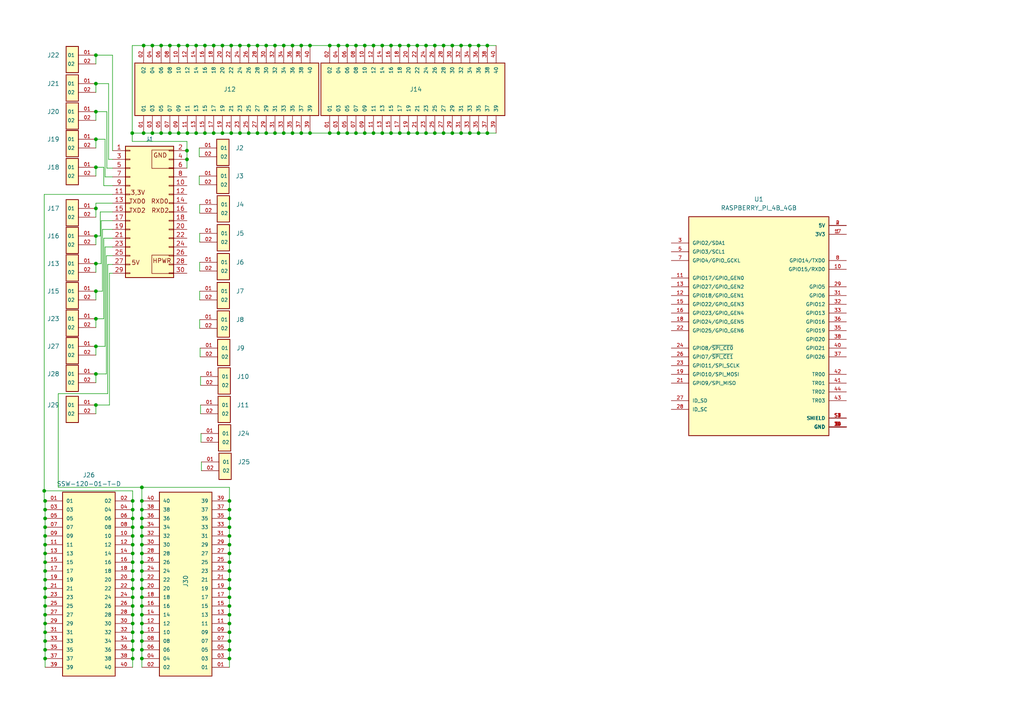
<source format=kicad_sch>
(kicad_sch (version 20230121) (generator eeschema)
  (paper "A4")
  (junction (at 74.676 38.608))
  (junction (at 98.171 38.608))
  (junction (at 133.731 38.608))
  (junction (at 41.148 173.228))
  (junction (at 13.081 191.008))
  (junction (at 38.481 155.448))
  (junction (at 66.548 180.848))
  (junction (at 41.656 38.608))
  (junction (at 66.548 175.768))
  (junction (at 128.651 38.608))
  (junction (at 38.481 188.468))
  (junction (at 13.081 147.828))
  (junction (at 118.491 13.208))
  (junction (at 13.081 163.068))
  (junction (at 49.276 13.208))
  (junction (at 38.481 152.908))
  (junction (at 38.481 191.008))
  (junction (at 82.296 38.608))
  (junction (at 66.548 152.908))
  (junction (at 66.548 173.228))
  (junction (at 113.411 38.608))
  (junction (at 27.813 48.514))
  (junction (at 105.791 38.608))
  (junction (at 89.916 13.208))
  (junction (at 27.813 100.457))
  (junction (at 41.148 188.468))
  (junction (at 66.548 191.008))
  (junction (at 13.081 180.848))
  (junction (at 13.081 160.528))
  (junction (at 56.896 38.608))
  (junction (at 72.136 38.608))
  (junction (at 27.813 16.002))
  (junction (at 13.081 178.308))
  (junction (at 66.548 157.988))
  (junction (at 110.871 38.608))
  (junction (at 38.481 180.848))
  (junction (at 128.651 13.208))
  (junction (at 66.548 147.828))
  (junction (at 41.148 178.308))
  (junction (at 38.481 165.608))
  (junction (at 89.916 38.608))
  (junction (at 27.813 76.454))
  (junction (at 141.351 13.208))
  (junction (at 66.548 170.688))
  (junction (at 64.516 13.208))
  (junction (at 100.711 38.608))
  (junction (at 87.376 38.608))
  (junction (at 41.148 180.848))
  (junction (at 46.736 38.608))
  (junction (at 54.229 43.688))
  (junction (at 110.871 13.208))
  (junction (at 41.148 163.068))
  (junction (at 79.756 13.208))
  (junction (at 13.081 157.988))
  (junction (at 46.736 13.208))
  (junction (at 66.548 163.068))
  (junction (at 41.148 160.528))
  (junction (at 13.081 173.228))
  (junction (at 61.976 38.608))
  (junction (at 41.148 175.768))
  (junction (at 41.148 152.908))
  (junction (at 103.251 38.608))
  (junction (at 27.813 24.257))
  (junction (at 49.276 38.608))
  (junction (at 131.191 13.208))
  (junction (at 27.813 108.458))
  (junction (at 38.354 38.608))
  (junction (at 113.411 13.208))
  (junction (at 41.148 150.368))
  (junction (at 59.436 13.208))
  (junction (at 74.676 13.208))
  (junction (at 41.148 168.148))
  (junction (at 13.081 155.448))
  (junction (at 103.251 13.208))
  (junction (at 41.148 191.008))
  (junction (at 38.481 168.148))
  (junction (at 44.196 13.208))
  (junction (at 41.148 183.388))
  (junction (at 69.596 38.608))
  (junction (at 38.481 145.288))
  (junction (at 138.811 38.608))
  (junction (at 38.481 170.688))
  (junction (at 66.548 155.448))
  (junction (at 66.548 165.608))
  (junction (at 108.331 38.608))
  (junction (at 41.148 185.928))
  (junction (at 69.596 13.208))
  (junction (at 54.356 38.608))
  (junction (at 136.271 13.208))
  (junction (at 41.148 157.988))
  (junction (at 27.813 92.456))
  (junction (at 66.548 168.148))
  (junction (at 27.813 117.475))
  (junction (at 66.548 150.368))
  (junction (at 72.136 13.208))
  (junction (at 126.111 38.608))
  (junction (at 41.148 145.288))
  (junction (at 138.811 13.208))
  (junction (at 27.813 84.455))
  (junction (at 123.571 38.608))
  (junction (at 41.148 141.351))
  (junction (at 79.756 38.608))
  (junction (at 38.481 150.368))
  (junction (at 131.191 38.608))
  (junction (at 121.031 38.608))
  (junction (at 27.813 60.452))
  (junction (at 66.548 160.528))
  (junction (at 38.481 163.068))
  (junction (at 13.081 185.928))
  (junction (at 61.976 13.208))
  (junction (at 41.148 147.828))
  (junction (at 38.481 147.828))
  (junction (at 105.791 13.208))
  (junction (at 38.481 175.768))
  (junction (at 13.081 165.608))
  (junction (at 66.548 183.388))
  (junction (at 13.081 175.768))
  (junction (at 98.171 13.208))
  (junction (at 84.836 13.208))
  (junction (at 77.216 38.608))
  (junction (at 41.148 155.448))
  (junction (at 13.081 168.148))
  (junction (at 87.376 13.208))
  (junction (at 13.081 152.908))
  (junction (at 126.111 13.208))
  (junction (at 95.631 13.208))
  (junction (at 123.571 13.208))
  (junction (at 136.271 38.608))
  (junction (at 121.031 13.208))
  (junction (at 38.481 157.988))
  (junction (at 84.836 38.608))
  (junction (at 38.481 183.388))
  (junction (at 95.631 38.608))
  (junction (at 27.813 68.453))
  (junction (at 51.816 13.208))
  (junction (at 66.548 185.928))
  (junction (at 27.813 32.385))
  (junction (at 100.711 13.208))
  (junction (at 115.951 13.208))
  (junction (at 82.296 13.208))
  (junction (at 13.081 183.388))
  (junction (at 66.548 178.308))
  (junction (at 54.229 46.228))
  (junction (at 77.216 13.208))
  (junction (at 27.813 40.386))
  (junction (at 13.081 145.288))
  (junction (at 56.896 13.208))
  (junction (at 66.548 188.468))
  (junction (at 38.481 160.528))
  (junction (at 13.081 150.368))
  (junction (at 67.056 38.608))
  (junction (at 64.516 38.608))
  (junction (at 38.481 178.308))
  (junction (at 51.816 38.608))
  (junction (at 59.436 38.608))
  (junction (at 115.951 38.608))
  (junction (at 118.491 38.608))
  (junction (at 133.731 13.208))
  (junction (at 38.481 173.228))
  (junction (at 108.331 13.208))
  (junction (at 38.481 185.928))
  (junction (at 41.148 165.608))
  (junction (at 13.081 170.688))
  (junction (at 12.827 142.367))
  (junction (at 54.356 13.208))
  (junction (at 141.351 38.608))
  (junction (at 67.056 13.208))
  (junction (at 13.081 188.468))
  (junction (at 66.548 145.288))
  (junction (at 41.148 170.688))
  (junction (at 41.656 13.208))
  (junction (at 44.196 38.608))
  (wire (pts (xy 66.548 168.148) (xy 66.548 165.608)))
  (wire (pts (xy 46.736 38.608) (xy 49.276 38.608)))
  (wire (pts (xy 38.481 193.548) (xy 38.481 191.008)))
  (wire (pts (xy 121.031 13.208) (xy 123.571 13.208)))
  (wire (pts (xy 31.496 24.257) (xy 31.496 46.228)))
  (wire (pts (xy 13.081 160.528) (xy 13.081 163.068)))
  (wire (pts (xy 89.916 38.608) (xy 95.631 38.608)))
  (wire (pts (xy 108.331 38.608) (xy 110.871 38.608)))
  (wire (pts (xy 27.813 16.002) (xy 27.813 18.542)))
  (wire (pts (xy 41.148 145.288) (xy 41.148 141.351)))
  (wire (pts (xy 61.976 38.608) (xy 64.516 38.608)))
  (wire (pts (xy 138.811 13.208) (xy 141.351 13.208)))
  (wire (pts (xy 13.081 147.828) (xy 13.081 150.368)))
  (wire (pts (xy 87.376 38.608) (xy 89.916 38.608)))
  (wire (pts (xy 29.718 66.548) (xy 32.639 66.548)))
  (wire (pts (xy 100.711 13.208) (xy 103.251 13.208)))
  (wire (pts (xy 41.148 150.368) (xy 41.148 147.828)))
  (wire (pts (xy 41.148 173.228) (xy 41.148 170.688)))
  (wire (pts (xy 31.242 76.708) (xy 31.242 114.173)))
  (wire (pts (xy 136.271 13.208) (xy 138.811 13.208)))
  (wire (pts (xy 13.081 152.908) (xy 13.081 155.448)))
  (wire (pts (xy 69.596 13.208) (xy 72.136 13.208)))
  (wire (pts (xy 121.031 38.608) (xy 123.571 38.608)))
  (wire (pts (xy 38.481 157.988) (xy 38.481 155.448)))
  (wire (pts (xy 30.099 69.088) (xy 32.639 69.088)))
  (wire (pts (xy 41.148 183.388) (xy 41.148 180.848)))
  (wire (pts (xy 110.871 38.608) (xy 113.411 38.608)))
  (wire (pts (xy 105.791 13.208) (xy 108.331 13.208)))
  (wire (pts (xy 27.813 100.457) (xy 30.48 100.457)))
  (wire (pts (xy 29.083 68.453) (xy 29.083 61.468)))
  (wire (pts (xy 30.988 32.385) (xy 30.988 48.768)))
  (wire (pts (xy 27.813 84.455) (xy 29.718 84.455)))
  (wire (pts (xy 54.229 48.768) (xy 54.229 46.228)))
  (wire (pts (xy 41.148 160.528) (xy 41.148 157.988)))
  (wire (pts (xy 128.651 13.208) (xy 131.191 13.208)))
  (wire (pts (xy 54.229 41.021) (xy 38.354 41.021)))
  (wire (pts (xy 13.081 155.448) (xy 13.081 157.988)))
  (wire (pts (xy 27.813 60.452) (xy 27.813 58.928)))
  (wire (pts (xy 30.48 100.457) (xy 30.48 71.628)))
  (wire (pts (xy 38.354 13.208) (xy 41.656 13.208)))
  (wire (pts (xy 41.148 165.608) (xy 41.148 163.068)))
  (wire (pts (xy 56.896 13.208) (xy 59.436 13.208)))
  (wire (pts (xy 41.148 185.928) (xy 41.148 183.388)))
  (wire (pts (xy 41.148 191.008) (xy 41.148 188.468)))
  (wire (pts (xy 72.136 13.208) (xy 74.676 13.208)))
  (wire (pts (xy 30.861 74.168) (xy 32.639 74.168)))
  (wire (pts (xy 74.676 13.208) (xy 77.216 13.208)))
  (wire (pts (xy 133.731 13.208) (xy 136.271 13.208)))
  (wire (pts (xy 66.548 150.368) (xy 66.548 147.828)))
  (wire (pts (xy 72.136 38.608) (xy 74.676 38.608)))
  (wire (pts (xy 131.191 13.208) (xy 133.731 13.208)))
  (wire (pts (xy 30.48 51.308) (xy 32.639 51.308)))
  (wire (pts (xy 103.251 13.208) (xy 105.791 13.208)))
  (wire (pts (xy 13.081 165.608) (xy 13.081 168.148)))
  (wire (pts (xy 27.813 40.386) (xy 30.48 40.386)))
  (wire (pts (xy 54.229 46.228) (xy 54.229 43.688)))
  (wire (pts (xy 66.548 155.448) (xy 66.548 152.908)))
  (wire (pts (xy 77.216 13.208) (xy 79.756 13.208)))
  (wire (pts (xy 13.081 191.008) (xy 13.081 193.548)))
  (wire (pts (xy 27.813 24.257) (xy 27.813 26.797)))
  (wire (pts (xy 38.481 150.368) (xy 38.481 147.828)))
  (wire (pts (xy 12.827 56.388) (xy 12.827 142.367)))
  (wire (pts (xy 38.481 185.928) (xy 38.481 183.388)))
  (wire (pts (xy 58.293 125.73) (xy 58.293 128.27)))
  (wire (pts (xy 38.481 173.228) (xy 38.481 170.688)))
  (wire (pts (xy 13.081 163.068) (xy 13.081 165.608)))
  (wire (pts (xy 84.836 13.208) (xy 87.376 13.208)))
  (wire (pts (xy 113.411 13.208) (xy 115.951 13.208)))
  (wire (pts (xy 95.631 38.608) (xy 98.171 38.608)))
  (wire (pts (xy 103.251 38.608) (xy 105.791 38.608)))
  (wire (pts (xy 95.631 13.208) (xy 98.171 13.208)))
  (wire (pts (xy 82.296 13.208) (xy 84.836 13.208)))
  (wire (pts (xy 13.081 170.688) (xy 13.081 173.228)))
  (wire (pts (xy 66.548 191.008) (xy 66.548 188.468)))
  (wire (pts (xy 41.148 152.908) (xy 41.148 150.368)))
  (wire (pts (xy 38.481 155.448) (xy 38.481 152.908)))
  (wire (pts (xy 38.481 188.468) (xy 38.481 185.928)))
  (wire (pts (xy 27.813 84.455) (xy 27.813 86.995)))
  (wire (pts (xy 13.081 175.768) (xy 13.081 178.308)))
  (wire (pts (xy 49.276 13.208) (xy 51.816 13.208)))
  (wire (pts (xy 38.481 180.848) (xy 38.481 178.308)))
  (wire (pts (xy 38.354 38.608) (xy 41.656 38.608)))
  (wire (pts (xy 66.548 152.908) (xy 66.548 150.368)))
  (wire (pts (xy 54.229 43.688) (xy 54.229 41.021)))
  (wire (pts (xy 29.718 84.455) (xy 29.718 66.548)))
  (wire (pts (xy 13.081 185.928) (xy 13.081 188.468)))
  (wire (pts (xy 82.296 38.608) (xy 84.836 38.608)))
  (wire (pts (xy 66.548 163.068) (xy 66.548 160.528)))
  (wire (pts (xy 51.816 13.208) (xy 54.356 13.208)))
  (wire (pts (xy 41.656 13.208) (xy 44.196 13.208)))
  (wire (pts (xy 31.75 79.248) (xy 32.639 79.248)))
  (wire (pts (xy 58.166 117.475) (xy 58.166 120.015)))
  (wire (pts (xy 30.48 71.628) (xy 32.639 71.628)))
  (wire (pts (xy 41.148 155.448) (xy 41.148 152.908)))
  (wire (pts (xy 41.148 175.768) (xy 41.148 173.228)))
  (wire (pts (xy 54.356 38.608) (xy 56.896 38.608)))
  (wire (pts (xy 118.491 13.208) (xy 121.031 13.208)))
  (wire (pts (xy 31.242 114.173) (xy 16.891 114.173)))
  (wire (pts (xy 126.111 38.608) (xy 128.651 38.608)))
  (wire (pts (xy 118.491 38.608) (xy 121.031 38.608)))
  (wire (pts (xy 38.481 145.288) (xy 38.481 142.367)))
  (wire (pts (xy 128.651 38.608) (xy 131.191 38.608)))
  (wire (pts (xy 41.148 163.068) (xy 41.148 160.528)))
  (wire (pts (xy 41.148 188.468) (xy 41.148 185.928)))
  (wire (pts (xy 123.571 13.208) (xy 126.111 13.208)))
  (wire (pts (xy 27.813 76.454) (xy 27.813 78.994)))
  (wire (pts (xy 38.481 178.308) (xy 38.481 175.768)))
  (wire (pts (xy 87.376 13.208) (xy 89.916 13.208)))
  (wire (pts (xy 13.081 157.988) (xy 13.081 160.528)))
  (wire (pts (xy 31.75 117.475) (xy 31.75 79.248)))
  (wire (pts (xy 46.736 13.208) (xy 49.276 13.208)))
  (wire (pts (xy 74.676 38.608) (xy 77.216 38.608)))
  (wire (pts (xy 59.436 13.208) (xy 61.976 13.208)))
  (wire (pts (xy 38.481 163.068) (xy 38.481 160.528)))
  (wire (pts (xy 13.081 144.907) (xy 13.081 145.288)))
  (wire (pts (xy 115.951 38.608) (xy 118.491 38.608)))
  (wire (pts (xy 89.916 13.208) (xy 95.631 13.208)))
  (wire (pts (xy 27.813 92.456) (xy 30.099 92.456)))
  (wire (pts (xy 38.481 165.608) (xy 38.481 163.068)))
  (wire (pts (xy 32.639 56.388) (xy 12.827 56.388)))
  (wire (pts (xy 100.711 38.608) (xy 103.251 38.608)))
  (wire (pts (xy 13.081 150.368) (xy 13.081 152.908)))
  (wire (pts (xy 27.813 68.453) (xy 29.083 68.453)))
  (wire (pts (xy 12.827 144.907) (xy 13.081 144.907)))
  (wire (pts (xy 38.481 168.148) (xy 38.481 165.608)))
  (wire (pts (xy 57.912 59.309) (xy 57.912 61.849)))
  (wire (pts (xy 115.951 13.208) (xy 118.491 13.208)))
  (wire (pts (xy 13.081 168.148) (xy 13.081 170.688)))
  (wire (pts (xy 41.148 180.848) (xy 41.148 178.308)))
  (wire (pts (xy 41.148 168.148) (xy 41.148 165.608)))
  (wire (pts (xy 51.816 38.608) (xy 54.356 38.608)))
  (wire (pts (xy 66.548 157.988) (xy 66.548 155.448)))
  (wire (pts (xy 66.548 173.228) (xy 66.548 170.688)))
  (wire (pts (xy 66.548 147.828) (xy 66.548 145.288)))
  (wire (pts (xy 41.148 193.548) (xy 41.148 191.008)))
  (wire (pts (xy 66.548 180.848) (xy 66.548 178.308)))
  (wire (pts (xy 58.166 109.22) (xy 58.166 111.76)))
  (wire (pts (xy 13.081 180.848) (xy 13.081 183.388)))
  (wire (pts (xy 56.896 38.608) (xy 59.436 38.608)))
  (wire (pts (xy 138.811 38.608) (xy 141.351 38.608)))
  (wire (pts (xy 29.337 76.454) (xy 29.337 64.008)))
  (wire (pts (xy 13.081 173.228) (xy 13.081 175.768)))
  (wire (pts (xy 113.411 38.608) (xy 115.951 38.608)))
  (wire (pts (xy 136.271 38.608) (xy 138.811 38.608)))
  (wire (pts (xy 66.548 193.548) (xy 66.548 191.008)))
  (wire (pts (xy 98.171 38.608) (xy 100.711 38.608)))
  (wire (pts (xy 27.813 24.257) (xy 31.496 24.257)))
  (wire (pts (xy 41.148 170.688) (xy 41.148 168.148)))
  (wire (pts (xy 49.276 38.608) (xy 51.816 38.608)))
  (wire (pts (xy 58.42 133.985) (xy 58.42 136.525)))
  (wire (pts (xy 38.354 13.208) (xy 38.354 38.608)))
  (wire (pts (xy 27.813 16.002) (xy 32.639 16.002)))
  (wire (pts (xy 123.571 38.608) (xy 126.111 38.608)))
  (wire (pts (xy 64.516 38.608) (xy 67.056 38.608)))
  (wire (pts (xy 27.813 92.456) (xy 27.813 94.996)))
  (wire (pts (xy 98.171 13.208) (xy 100.711 13.208)))
  (wire (pts (xy 30.099 48.514) (xy 30.099 53.848)))
  (wire (pts (xy 27.813 117.475) (xy 27.813 120.015)))
  (wire (pts (xy 57.785 53.594) (xy 57.785 51.054)))
  (wire (pts (xy 77.216 38.608) (xy 79.756 38.608)))
  (wire (pts (xy 57.912 84.455) (xy 57.912 86.995)))
  (wire (pts (xy 67.056 13.208) (xy 69.596 13.208)))
  (wire (pts (xy 44.196 38.608) (xy 46.736 38.608)))
  (wire (pts (xy 38.481 160.528) (xy 38.481 157.988)))
  (wire (pts (xy 38.481 170.688) (xy 38.481 168.148)))
  (wire (pts (xy 38.354 41.021) (xy 38.354 38.608)))
  (wire (pts (xy 57.785 42.926) (xy 57.785 45.466)))
  (wire (pts (xy 13.081 178.308) (xy 13.081 180.848)))
  (wire (pts (xy 67.056 38.608) (xy 69.596 38.608)))
  (wire (pts (xy 27.813 58.928) (xy 32.639 58.928)))
  (wire (pts (xy 32.639 76.708) (xy 31.242 76.708)))
  (wire (pts (xy 64.516 13.208) (xy 67.056 13.208)))
  (wire (pts (xy 27.813 32.385) (xy 30.988 32.385)))
  (wire (pts (xy 30.099 92.456) (xy 30.099 69.088)))
  (wire (pts (xy 29.083 61.468) (xy 32.639 61.468)))
  (wire (pts (xy 57.912 92.71) (xy 57.912 95.25)))
  (wire (pts (xy 41.148 141.351) (xy 16.891 141.351)))
  (wire (pts (xy 66.548 183.388) (xy 66.548 180.848)))
  (wire (pts (xy 69.596 38.608) (xy 72.136 38.608)))
  (wire (pts (xy 38.481 142.367) (xy 12.827 142.367)))
  (wire (pts (xy 41.148 157.988) (xy 41.148 155.448)))
  (wire (pts (xy 30.988 48.768) (xy 32.639 48.768)))
  (wire (pts (xy 41.656 38.608) (xy 44.196 38.608)))
  (wire (pts (xy 79.756 38.608) (xy 82.296 38.608)))
  (wire (pts (xy 38.481 147.828) (xy 38.481 145.288)))
  (wire (pts (xy 66.548 170.688) (xy 66.548 168.148)))
  (wire (pts (xy 27.813 48.514) (xy 27.813 51.054)))
  (wire (pts (xy 79.756 13.208) (xy 82.296 13.208)))
  (wire (pts (xy 27.813 60.452) (xy 27.813 62.992)))
  (wire (pts (xy 66.548 165.608) (xy 66.548 163.068)))
  (wire (pts (xy 38.481 152.908) (xy 38.481 150.368)))
  (wire (pts (xy 110.871 13.208) (xy 113.411 13.208)))
  (wire (pts (xy 58.039 100.965) (xy 58.039 103.505)))
  (wire (pts (xy 66.548 175.768) (xy 66.548 173.228)))
  (wire (pts (xy 27.813 32.385) (xy 27.813 34.925)))
  (wire (pts (xy 41.148 178.308) (xy 41.148 175.768)))
  (wire (pts (xy 30.861 108.458) (xy 30.861 74.168)))
  (wire (pts (xy 66.548 188.468) (xy 66.548 185.928)))
  (wire (pts (xy 13.081 183.388) (xy 13.081 185.928)))
  (wire (pts (xy 27.813 68.453) (xy 27.813 70.993)))
  (wire (pts (xy 66.548 178.308) (xy 66.548 175.768)))
  (wire (pts (xy 27.813 100.457) (xy 27.813 102.997)))
  (wire (pts (xy 38.481 191.008) (xy 38.481 188.468)))
  (wire (pts (xy 31.496 46.228) (xy 32.639 46.228)))
  (wire (pts (xy 141.351 38.608) (xy 143.891 38.608)))
  (wire (pts (xy 57.912 76.073) (xy 57.912 78.613)))
  (wire (pts (xy 27.813 48.514) (xy 30.099 48.514)))
  (wire (pts (xy 57.912 67.691) (xy 57.912 70.231)))
  (wire (pts (xy 29.337 64.008) (xy 32.639 64.008)))
  (wire (pts (xy 30.099 53.848) (xy 32.639 53.848)))
  (wire (pts (xy 12.827 142.367) (xy 12.827 144.907)))
  (wire (pts (xy 27.813 108.458) (xy 30.861 108.458)))
  (wire (pts (xy 84.836 38.608) (xy 87.376 38.608)))
  (wire (pts (xy 66.548 185.928) (xy 66.548 183.388)))
  (wire (pts (xy 27.813 40.386) (xy 27.813 42.926)))
  (wire (pts (xy 131.191 38.608) (xy 133.731 38.608)))
  (wire (pts (xy 66.548 160.528) (xy 66.548 157.988)))
  (wire (pts (xy 66.548 141.351) (xy 41.148 141.351)))
  (wire (pts (xy 54.356 13.208) (xy 56.896 13.208)))
  (wire (pts (xy 141.351 13.208) (xy 143.891 13.208)))
  (wire (pts (xy 41.148 147.828) (xy 41.148 145.288)))
  (wire (pts (xy 44.196 13.208) (xy 46.736 13.208)))
  (wire (pts (xy 13.081 188.468) (xy 13.081 191.008)))
  (wire (pts (xy 32.639 43.688) (xy 32.639 16.002)))
  (wire (pts (xy 38.481 183.388) (xy 38.481 180.848)))
  (wire (pts (xy 133.731 38.608) (xy 136.271 38.608)))
  (wire (pts (xy 27.813 117.475) (xy 31.75 117.475)))
  (wire (pts (xy 59.436 38.608) (xy 61.976 38.608)))
  (wire (pts (xy 38.481 175.768) (xy 38.481 173.228)))
  (wire (pts (xy 27.813 76.454) (xy 29.337 76.454)))
  (wire (pts (xy 108.331 13.208) (xy 110.871 13.208)))
  (wire (pts (xy 13.081 145.288) (xy 13.081 147.828)))
  (wire (pts (xy 16.891 114.173) (xy 16.891 141.351)))
  (wire (pts (xy 61.976 13.208) (xy 64.516 13.208)))
  (wire (pts (xy 105.791 38.608) (xy 108.331 38.608)))
  (wire (pts (xy 27.813 108.458) (xy 27.813 110.998)))
  (wire (pts (xy 30.48 40.386) (xy 30.48 51.308)))
  (wire (pts (xy 126.111 13.208) (xy 128.651 13.208)))
  (wire (pts (xy 66.548 145.288) (xy 66.548 141.351)))
  (image (at -46.99 56.388) (scale 3.19149))
  (symbol (lib_id "2PHeader:SSW-102-02-G-S") (at 70.612 61.849 0) (unit 1)
    (property "Reference" "J4" (at 68.453 59.309 0) (effects (justify left)))
    (property "Value" "SSW-102-02-G-S" (effects hide))
    (property "Footprint" "SSW-102-02-G-S:SAMTEC_SSW-102-02-G-S" (effects hide))
    (property "MF" "Samtec Inc." (effects hide))
    (property "Description" "\nSSW - Samtec 2.54mm Single Row Straight Socket Strip 8.5 Profile (mcv)(TO22)\n" (effects hide))
    (property "Package" "None" (effects hide))
    (property "Price" "None" (effects hide))
    (property "Check_prices" "https://www.snapeda.com/parts/SSW-102-02-G-S/Samtec+Inc./view-part/?ref=eda" (effects hide))
    (property "STANDARD" "Manufacturer Recommendations" (effects hide))
    (property "PARTREV" "R" (effects hide))
    (property "SnapEDA_Link" "https://www.snapeda.com/parts/SSW-102-02-G-S/Samtec+Inc./view-part/?ref=snap" (effects hide))
    (property "MP" "SSW-102-02-G-S" (effects hide))
    (property "Availability" "In Stock" (effects hide))
    (property "MANUFACTURER" "Samtec" (effects hide))
  )
  (symbol (lib_id "2PHeader:SSW-102-02-G-S") (at 70.866 111.76 0) (unit 1)
    (property "Reference" "J10" (at 68.707 109.22 0) (effects (justify left)))
    (property "Value" "SSW-102-02-G-S" (effects hide))
    (property "Footprint" "SSW-102-02-G-S:SAMTEC_SSW-102-02-G-S" (effects hide))
    (property "MF" "Samtec Inc." (effects hide))
    (property "Description" "\nSSW - Samtec 2.54mm Single Row Straight Socket Strip 8.5 Profile (mcv)(TO22)\n" (effects hide))
    (property "Package" "None" (effects hide))
    (property "Price" "None" (effects hide))
    (property "Check_prices" "https://www.snapeda.com/parts/SSW-102-02-G-S/Samtec+Inc./view-part/?ref=eda" (effects hide))
    (property "STANDARD" "Manufacturer Recommendations" (effects hide))
    (property "PARTREV" "R" (effects hide))
    (property "SnapEDA_Link" "https://www.snapeda.com/parts/SSW-102-02-G-S/Samtec+Inc./view-part/?ref=snap" (effects hide))
    (property "MP" "SSW-102-02-G-S" (effects hide))
    (property "Availability" "In Stock" (effects hide))
    (property "MANUFACTURER" "Samtec" (effects hide))
  )
  (symbol (lib_id "2PHeader:SSW-102-02-G-S") (at 15.113 120.015 0) (mirror y) (unit 1)
    (property "Reference" "J29" (at 17.272 117.475 0) (effects (justify left)))
    (property "Value" "SSW-102-02-G-S" (effects hide))
    (property "Footprint" "SSW-102-02-G-S:SAMTEC_SSW-102-02-G-S" (effects hide))
    (property "MF" "Samtec Inc." (effects hide))
    (property "Description" "\nSSW - Samtec 2.54mm Single Row Straight Socket Strip 8.5 Profile (mcv)(TO22)\n" (effects hide))
    (property "Package" "None" (effects hide))
    (property "Price" "None" (effects hide))
    (property "Check_prices" "https://www.snapeda.com/parts/SSW-102-02-G-S/Samtec+Inc./view-part/?ref=eda" (effects hide))
    (property "STANDARD" "Manufacturer Recommendations" (effects hide))
    (property "PARTREV" "R" (effects hide))
    (property "SnapEDA_Link" "https://www.snapeda.com/parts/SSW-102-02-G-S/Samtec+Inc./view-part/?ref=snap" (effects hide))
    (property "MP" "SSW-102-02-G-S" (effects hide))
    (property "Availability" "In Stock" (effects hide))
    (property "MANUFACTURER" "Samtec" (effects hide))
  )
  (symbol (lib_id "2PHeader:SSW-102-02-G-S") (at 15.113 26.797 0) (mirror y) (unit 1)
    (property "Reference" "J21" (at 17.272 24.257 0) (effects (justify left)))
    (property "Value" "SSW-102-02-G-S" (effects hide))
    (property "Footprint" "SSW-102-02-G-S:SAMTEC_SSW-102-02-G-S" (effects hide))
    (property "MF" "Samtec Inc." (effects hide))
    (property "Description" "\nSSW - Samtec 2.54mm Single Row Straight Socket Strip 8.5 Profile (mcv)(TO22)\n" (effects hide))
    (property "Package" "None" (effects hide))
    (property "Price" "None" (effects hide))
    (property "Check_prices" "https://www.snapeda.com/parts/SSW-102-02-G-S/Samtec+Inc./view-part/?ref=eda" (effects hide))
    (property "STANDARD" "Manufacturer Recommendations" (effects hide))
    (property "PARTREV" "R" (effects hide))
    (property "SnapEDA_Link" "https://www.snapeda.com/parts/SSW-102-02-G-S/Samtec+Inc./view-part/?ref=snap" (effects hide))
    (property "MP" "SSW-102-02-G-S" (effects hide))
    (property "Availability" "In Stock" (effects hide))
    (property "MANUFACTURER" "Samtec" (effects hide))
  )
  (symbol (lib_id "2PHeader:SSW-102-02-G-S") (at 15.113 42.926 0) (mirror y) (unit 1)
    (property "Reference" "J19" (at 17.272 40.386 0) (effects (justify left)))
    (property "Value" "SSW-102-02-G-S" (effects hide))
    (property "Footprint" "SSW-102-02-G-S:SAMTEC_SSW-102-02-G-S" (effects hide))
    (property "MF" "Samtec Inc." (effects hide))
    (property "Description" "\nSSW - Samtec 2.54mm Single Row Straight Socket Strip 8.5 Profile (mcv)(TO22)\n" (effects hide))
    (property "Package" "None" (effects hide))
    (property "Price" "None" (effects hide))
    (property "Check_prices" "https://www.snapeda.com/parts/SSW-102-02-G-S/Samtec+Inc./view-part/?ref=eda" (effects hide))
    (property "STANDARD" "Manufacturer Recommendations" (effects hide))
    (property "PARTREV" "R" (effects hide))
    (property "SnapEDA_Link" "https://www.snapeda.com/parts/SSW-102-02-G-S/Samtec+Inc./view-part/?ref=snap" (effects hide))
    (property "MP" "SSW-102-02-G-S" (effects hide))
    (property "Availability" "In Stock" (effects hide))
    (property "MANUFACTURER" "Samtec" (effects hide))
  )
  (symbol (lib_id "2PHeader:SSW-102-02-G-S") (at 70.612 78.613 0) (unit 1)
    (property "Reference" "J6" (at 68.453 76.073 0) (effects (justify left)))
    (property "Value" "SSW-102-02-G-S" (effects hide))
    (property "Footprint" "SSW-102-02-G-S:SAMTEC_SSW-102-02-G-S" (effects hide))
    (property "MF" "Samtec Inc." (effects hide))
    (property "Description" "\nSSW - Samtec 2.54mm Single Row Straight Socket Strip 8.5 Profile (mcv)(TO22)\n" (effects hide))
    (property "Package" "None" (effects hide))
    (property "Price" "None" (effects hide))
    (property "Check_prices" "https://www.snapeda.com/parts/SSW-102-02-G-S/Samtec+Inc./view-part/?ref=eda" (effects hide))
    (property "STANDARD" "Manufacturer Recommendations" (effects hide))
    (property "PARTREV" "R" (effects hide))
    (property "SnapEDA_Link" "https://www.snapeda.com/parts/SSW-102-02-G-S/Samtec+Inc./view-part/?ref=snap" (effects hide))
    (property "MP" "SSW-102-02-G-S" (effects hide))
    (property "Availability" "In Stock" (effects hide))
    (property "MANUFACTURER" "Samtec" (effects hide))
  )
  (symbol (lib_id "2PHeader:SSW-102-02-G-S") (at 70.612 70.231 0) (unit 1)
    (property "Reference" "J5" (at 68.453 67.691 0) (effects (justify left)))
    (property "Value" "SSW-102-02-G-S" (effects hide))
    (property "Footprint" "SSW-102-02-G-S:SAMTEC_SSW-102-02-G-S" (effects hide))
    (property "MF" "Samtec Inc." (effects hide))
    (property "Description" "\nSSW - Samtec 2.54mm Single Row Straight Socket Strip 8.5 Profile (mcv)(TO22)\n" (effects hide))
    (property "Package" "None" (effects hide))
    (property "Price" "None" (effects hide))
    (property "Check_prices" "https://www.snapeda.com/parts/SSW-102-02-G-S/Samtec+Inc./view-part/?ref=eda" (effects hide))
    (property "STANDARD" "Manufacturer Recommendations" (effects hide))
    (property "PARTREV" "R" (effects hide))
    (property "SnapEDA_Link" "https://www.snapeda.com/parts/SSW-102-02-G-S/Samtec+Inc./view-part/?ref=snap" (effects hide))
    (property "MP" "SSW-102-02-G-S" (effects hide))
    (property "Availability" "In Stock" (effects hide))
    (property "MANUFACTURER" "Samtec" (effects hide))
  )
  (symbol (lib_id "2PHeader:SSW-102-02-G-S") (at 70.612 86.995 0) (unit 1)
    (property "Reference" "J7" (at 68.453 84.455 0) (effects (justify left)))
    (property "Value" "SSW-102-02-G-S" (effects hide))
    (property "Footprint" "SSW-102-02-G-S:SAMTEC_SSW-102-02-G-S" (effects hide))
    (property "MF" "Samtec Inc." (effects hide))
    (property "Description" "\nSSW - Samtec 2.54mm Single Row Straight Socket Strip 8.5 Profile (mcv)(TO22)\n" (effects hide))
    (property "Package" "None" (effects hide))
    (property "Price" "None" (effects hide))
    (property "Check_prices" "https://www.snapeda.com/parts/SSW-102-02-G-S/Samtec+Inc./view-part/?ref=eda" (effects hide))
    (property "STANDARD" "Manufacturer Recommendations" (effects hide))
    (property "PARTREV" "R" (effects hide))
    (property "SnapEDA_Link" "https://www.snapeda.com/parts/SSW-102-02-G-S/Samtec+Inc./view-part/?ref=snap" (effects hide))
    (property "MP" "SSW-102-02-G-S" (effects hide))
    (property "Availability" "In Stock" (effects hide))
    (property "MANUFACTURER" "Samtec" (effects hide))
  )
  (symbol (lib_id "20PHeader:SSW-120-01-T-D") (at 67.056 25.908 90) (unit 1)
    (property "Reference" "J12" (at 68.453 25.908 90) (effects (justify left)))
    (property "Value" "SSW-120-01-T-D" (effects hide))
    (property "Footprint" "SSW-120-01-T-D:SAMTEC_SSW-120-01-T-D" (effects hide))
    (property "MF" "Samtec Inc." (effects hide))
    (property "Description" "\nSSW - Samtec 2.54mm Dual Row Straight Socket Strip 8.5mm Profile (mcv)(TO22)\n" (effects hide))
    (property "Package" "None" (effects hide))
    (property "Price" "None" (effects hide))
    (property "Check_prices" "https://www.snapeda.com/parts/SSW-120-01-T-D/Samtec+Inc./view-part/?ref=eda" (effects hide))
    (property "STANDARD" "Manufacturer Recommendations" (effects hide))
    (property "PARTREV" "R" (effects hide))
    (property "SnapEDA_Link" "https://www.snapeda.com/parts/SSW-120-01-T-D/Samtec+Inc./view-part/?ref=snap" (effects hide))
    (property "MP" "SSW-120-01-T-D" (effects hide))
    (property "Availability" "In Stock" (effects hide))
    (property "MANUFACTURER" "Samtec" (effects hide))
  )
  (symbol (lib_id "2PHeader:SSW-102-02-G-S") (at 70.612 95.25 0) (unit 1)
    (property "Reference" "J8" (at 68.453 92.71 0) (effects (justify left)))
    (property "Value" "SSW-102-02-G-S" (effects hide))
    (property "Footprint" "SSW-102-02-G-S:SAMTEC_SSW-102-02-G-S" (effects hide))
    (property "MF" "Samtec Inc." (effects hide))
    (property "Description" "\nSSW - Samtec 2.54mm Single Row Straight Socket Strip 8.5 Profile (mcv)(TO22)\n" (effects hide))
    (property "Package" "None" (effects hide))
    (property "Price" "None" (effects hide))
    (property "Check_prices" "https://www.snapeda.com/parts/SSW-102-02-G-S/Samtec+Inc./view-part/?ref=eda" (effects hide))
    (property "STANDARD" "Manufacturer Recommendations" (effects hide))
    (property "PARTREV" "R" (effects hide))
    (property "SnapEDA_Link" "https://www.snapeda.com/parts/SSW-102-02-G-S/Samtec+Inc./view-part/?ref=snap" (effects hide))
    (property "MP" "SSW-102-02-G-S" (effects hide))
    (property "Availability" "In Stock" (effects hide))
    (property "MANUFACTURER" "Samtec" (effects hide))
  )
  (symbol (lib_id "2PHeader:SSW-102-02-G-S") (at 70.485 45.466 0) (unit 1)
    (property "Reference" "J2" (at 68.326 42.926 0) (effects (justify left)))
    (property "Value" "SSW-102-02-G-S" (effects hide))
    (property "Footprint" "SSW-102-02-G-S:SAMTEC_SSW-102-02-G-S" (effects hide))
    (property "MF" "Samtec Inc." (effects hide))
    (property "Description" "\nSSW - Samtec 2.54mm Single Row Straight Socket Strip 8.5 Profile (mcv)(TO22)\n" (effects hide))
    (property "Package" "None" (effects hide))
    (property "Price" "None" (effects hide))
    (property "Check_prices" "https://www.snapeda.com/parts/SSW-102-02-G-S/Samtec+Inc./view-part/?ref=eda" (effects hide))
    (property "STANDARD" "Manufacturer Recommendations" (effects hide))
    (property "PARTREV" "R" (effects hide))
    (property "SnapEDA_Link" "https://www.snapeda.com/parts/SSW-102-02-G-S/Samtec+Inc./view-part/?ref=snap" (effects hide))
    (property "MP" "SSW-102-02-G-S" (effects hide))
    (property "Availability" "In Stock" (effects hide))
    (property "MANUFACTURER" "Samtec" (effects hide))
  )
  (symbol (lib_id "2PHeader:SSW-102-02-G-S") (at 15.113 94.996 0) (mirror y) (unit 1)
    (property "Reference" "J23" (at 17.272 92.456 0) (effects (justify left)))
    (property "Value" "SSW-102-02-G-S" (effects hide))
    (property "Footprint" "SSW-102-02-G-S:SAMTEC_SSW-102-02-G-S" (effects hide))
    (property "MF" "Samtec Inc." (effects hide))
    (property "Description" "\nSSW - Samtec 2.54mm Single Row Straight Socket Strip 8.5 Profile (mcv)(TO22)\n" (effects hide))
    (property "Package" "None" (effects hide))
    (property "Price" "None" (effects hide))
    (property "Check_prices" "https://www.snapeda.com/parts/SSW-102-02-G-S/Samtec+Inc./view-part/?ref=eda" (effects hide))
    (property "STANDARD" "Manufacturer Recommendations" (effects hide))
    (property "PARTREV" "R" (effects hide))
    (property "SnapEDA_Link" "https://www.snapeda.com/parts/SSW-102-02-G-S/Samtec+Inc./view-part/?ref=snap" (effects hide))
    (property "MP" "SSW-102-02-G-S" (effects hide))
    (property "Availability" "In Stock" (effects hide))
    (property "MANUFACTURER" "Samtec" (effects hide))
  )
  (symbol (lib_id "2PHeader:SSW-102-02-G-S") (at 15.113 102.997 0) (mirror y) (unit 1)
    (property "Reference" "J27" (at 17.272 100.457 0) (effects (justify left)))
    (property "Value" "SSW-102-02-G-S" (effects hide))
    (property "Footprint" "SSW-102-02-G-S:SAMTEC_SSW-102-02-G-S" (effects hide))
    (property "MF" "Samtec Inc." (effects hide))
    (property "Description" "\nSSW - Samtec 2.54mm Single Row Straight Socket Strip 8.5 Profile (mcv)(TO22)\n" (effects hide))
    (property "Package" "None" (effects hide))
    (property "Price" "None" (effects hide))
    (property "Check_prices" "https://www.snapeda.com/parts/SSW-102-02-G-S/Samtec+Inc./view-part/?ref=eda" (effects hide))
    (property "STANDARD" "Manufacturer Recommendations" (effects hide))
    (property "PARTREV" "R" (effects hide))
    (property "SnapEDA_Link" "https://www.snapeda.com/parts/SSW-102-02-G-S/Samtec+Inc./view-part/?ref=snap" (effects hide))
    (property "MP" "SSW-102-02-G-S" (effects hide))
    (property "Availability" "In Stock" (effects hide))
    (property "MANUFACTURER" "Samtec" (effects hide))
  )
  (symbol (lib_id "20PHeader:SSW-120-01-T-D") (at 25.781 170.688 0) (unit 1)
    (property "Reference" "J26" (at 25.781 137.795 0))
    (property "Value" "SSW-120-01-T-D" (at 25.781 140.335 0))
    (property "Footprint" "SSW-120-01-T-D:SAMTEC_SSW-120-01-T-D" (effects hide))
    (property "MF" "Samtec Inc." (effects hide))
    (property "Description" "\nSSW - Samtec 2.54mm Dual Row Straight Socket Strip 8.5mm Profile (mcv)(TO22)\n" (effects hide))
    (property "Package" "None" (effects hide))
    (property "Price" "None" (effects hide))
    (property "Check_prices" "https://www.snapeda.com/parts/SSW-120-01-T-D/Samtec+Inc./view-part/?ref=eda" (effects hide))
    (property "STANDARD" "Manufacturer Recommendations" (effects hide))
    (property "PARTREV" "R" (effects hide))
    (property "SnapEDA_Link" "https://www.snapeda.com/parts/SSW-120-01-T-D/Samtec+Inc./view-part/?ref=snap" (effects hide))
    (property "MP" "SSW-120-01-T-D" (effects hide))
    (property "Availability" "In Stock" (effects hide))
    (property "MANUFACTURER" "Samtec" (effects hide))
  )
  (symbol (lib_id "20PHeader:SSW-120-01-T-D") (at 121.031 25.908 90) (unit 1)
    (property "Reference" "J14" (at 122.428 25.908 90) (effects (justify left)))
    (property "Value" "SSW-120-01-T-D" (effects hide))
    (property "Footprint" "SSW-120-01-T-D:SAMTEC_SSW-120-01-T-D" (effects hide))
    (property "MF" "Samtec Inc." (effects hide))
    (property "Description" "\nSSW - Samtec 2.54mm Dual Row Straight Socket Strip 8.5mm Profile (mcv)(TO22)\n" (effects hide))
    (property "Package" "None" (effects hide))
    (property "Price" "None" (effects hide))
    (property "Check_prices" "https://www.snapeda.com/parts/SSW-120-01-T-D/Samtec+Inc./view-part/?ref=eda" (effects hide))
    (property "STANDARD" "Manufacturer Recommendations" (effects hide))
    (property "PARTREV" "R" (effects hide))
    (property "SnapEDA_Link" "https://www.snapeda.com/parts/SSW-120-01-T-D/Samtec+Inc./view-part/?ref=snap" (effects hide))
    (property "MP" "SSW-120-01-T-D" (effects hide))
    (property "Availability" "In Stock" (effects hide))
    (property "MANUFACTURER" "Samtec" (effects hide))
  )
  (symbol (lib_id "20PHeader:SSW-120-01-T-D") (at 53.848 168.148 180) (unit 1)
    (property "Reference" "J30" (at 53.848 166.751 90) (effects (justify left)))
    (property "Value" "SSW-120-01-T-D" (effects hide))
    (property "Footprint" "SSW-120-01-T-D:SAMTEC_SSW-120-01-T-D" (effects hide))
    (property "MF" "Samtec Inc." (effects hide))
    (property "Description" "\nSSW - Samtec 2.54mm Dual Row Straight Socket Strip 8.5mm Profile (mcv)(TO22)\n" (effects hide))
    (property "Package" "None" (effects hide))
    (property "Price" "None" (effects hide))
    (property "Check_prices" "https://www.snapeda.com/parts/SSW-120-01-T-D/Samtec+Inc./view-part/?ref=eda" (effects hide))
    (property "STANDARD" "Manufacturer Recommendations" (effects hide))
    (property "PARTREV" "R" (effects hide))
    (property "SnapEDA_Link" "https://www.snapeda.com/parts/SSW-120-01-T-D/Samtec+Inc./view-part/?ref=snap" (effects hide))
    (property "MP" "SSW-120-01-T-D" (effects hide))
    (property "Availability" "In Stock" (effects hide))
    (property "MANUFACTURER" "Samtec" (effects hide))
  )
  (symbol (lib_id "Raspberry:RASPBERRY_PI_4B_4GB") (at 220.091 95.885 0) (unit 1)
    (property "Reference" "U1" (at 220.091 57.785 0))
    (property "Value" "RASPBERRY_PI_4B_4GB" (at 220.091 60.325 0))
    (property "Footprint" "RASPBERRY_PI_4B_4GB:MODULE_RASPBERRY_PI_4B_4GB" (effects hide))
    (property "MF" "Raspberry Pi" (effects hide))
    (property "MAXIMUM_PACKAGE_HEIGHT" "16 mm" (effects hide))
    (property "Package" "None" (effects hide))
    (property "Price" "None" (effects hide))
    (property "Check_prices" "https://www.snapeda.com/parts/RASPBERRY%20PI%204B/4GB/Raspberry+Pi/view-part/?ref=eda" (effects hide))
    (property "STANDARD" "Manufacturer Recommendations" (effects hide))
    (property "PARTREV" "4" (effects hide))
    (property "SnapEDA_Link" "https://www.snapeda.com/parts/RASPBERRY%20PI%204B/4GB/Raspberry+Pi/view-part/?ref=snap" (effects hide))
    (property "MP" "RASPBERRY PI 4B/4GB" (effects hide))
    (property "Description" "\nBCM2711 Raspberry Pi 4 Model B 4GB - ARM® Cortex®-A72 MPU Embedded Evaluation Board\n" (effects hide))
    (property "MANUFACTURER" "Raspberry Pi" (effects hide))
    (property "Availability" "In Stock" (effects hide))
    (property "SNAPEDA_PN" "RASPBERRY PI 4B/4GB" (effects hide))
  )
  (symbol (lib_id "2PHeader:SSW-102-02-G-S") (at 15.113 110.998 0) (mirror y) (unit 1)
    (property "Reference" "J28" (at 17.272 108.458 0) (effects (justify left)))
    (property "Value" "SSW-102-02-G-S" (effects hide))
    (property "Footprint" "SSW-102-02-G-S:SAMTEC_SSW-102-02-G-S" (effects hide))
    (property "MF" "Samtec Inc." (effects hide))
    (property "Description" "\nSSW - Samtec 2.54mm Single Row Straight Socket Strip 8.5 Profile (mcv)(TO22)\n" (effects hide))
    (property "Package" "None" (effects hide))
    (property "Price" "None" (effects hide))
    (property "Check_prices" "https://www.snapeda.com/parts/SSW-102-02-G-S/Samtec+Inc./view-part/?ref=eda" (effects hide))
    (property "STANDARD" "Manufacturer Recommendations" (effects hide))
    (property "PARTREV" "R" (effects hide))
    (property "SnapEDA_Link" "https://www.snapeda.com/parts/SSW-102-02-G-S/Samtec+Inc./view-part/?ref=snap" (effects hide))
    (property "MP" "SSW-102-02-G-S" (effects hide))
    (property "Availability" "In Stock" (effects hide))
    (property "MANUFACTURER" "Samtec" (effects hide))
  )
  (symbol (lib_id "2PHeader:SSW-102-02-G-S") (at 15.113 51.054 0) (mirror y) (unit 1)
    (property "Reference" "J18" (at 17.272 48.514 0) (effects (justify left)))
    (property "Value" "SSW-102-02-G-S" (effects hide))
    (property "Footprint" "SSW-102-02-G-S:SAMTEC_SSW-102-02-G-S" (effects hide))
    (property "MF" "Samtec Inc." (effects hide))
    (property "Description" "\nSSW - Samtec 2.54mm Single Row Straight Socket Strip 8.5 Profile (mcv)(TO22)\n" (effects hide))
    (property "Package" "None" (effects hide))
    (property "Price" "None" (effects hide))
    (property "Check_prices" "https://www.snapeda.com/parts/SSW-102-02-G-S/Samtec+Inc./view-part/?ref=eda" (effects hide))
    (property "STANDARD" "Manufacturer Recommendations" (effects hide))
    (property "PARTREV" "R" (effects hide))
    (property "SnapEDA_Link" "https://www.snapeda.com/parts/SSW-102-02-G-S/Samtec+Inc./view-part/?ref=snap" (effects hide))
    (property "MP" "SSW-102-02-G-S" (effects hide))
    (property "Availability" "In Stock" (effects hide))
    (property "MANUFACTURER" "Samtec" (effects hide))
  )
  (symbol (lib_id "2PHeader:SSW-102-02-G-S") (at 15.113 18.542 0) (mirror y) (unit 1)
    (property "Reference" "J22" (at 17.272 16.002 0) (effects (justify left)))
    (property "Value" "SSW-102-02-G-S" (effects hide))
    (property "Footprint" "SSW-102-02-G-S:SAMTEC_SSW-102-02-G-S" (effects hide))
    (property "MF" "Samtec Inc." (effects hide))
    (property "Description" "\nSSW - Samtec 2.54mm Single Row Straight Socket Strip 8.5 Profile (mcv)(TO22)\n" (effects hide))
    (property "Package" "None" (effects hide))
    (property "Price" "None" (effects hide))
    (property "Check_prices" "https://www.snapeda.com/parts/SSW-102-02-G-S/Samtec+Inc./view-part/?ref=eda" (effects hide))
    (property "STANDARD" "Manufacturer Recommendations" (effects hide))
    (property "PARTREV" "R" (effects hide))
    (property "SnapEDA_Link" "https://www.snapeda.com/parts/SSW-102-02-G-S/Samtec+Inc./view-part/?ref=snap" (effects hide))
    (property "MP" "SSW-102-02-G-S" (effects hide))
    (property "Availability" "In Stock" (effects hide))
    (property "MANUFACTURER" "Samtec" (effects hide))
  )
  (symbol (lib_id "2PHeader:SSW-102-02-G-S") (at 15.113 70.993 0) (mirror y) (unit 1)
    (property "Reference" "J16" (at 17.272 68.453 0) (effects (justify left)))
    (property "Value" "SSW-102-02-G-S" (effects hide))
    (property "Footprint" "SSW-102-02-G-S:SAMTEC_SSW-102-02-G-S" (effects hide))
    (property "MF" "Samtec Inc." (effects hide))
    (property "Description" "\nSSW - Samtec 2.54mm Single Row Straight Socket Strip 8.5 Profile (mcv)(TO22)\n" (effects hide))
    (property "Package" "None" (effects hide))
    (property "Price" "None" (effects hide))
    (property "Check_prices" "https://www.snapeda.com/parts/SSW-102-02-G-S/Samtec+Inc./view-part/?ref=eda" (effects hide))
    (property "STANDARD" "Manufacturer Recommendations" (effects hide))
    (property "PARTREV" "R" (effects hide))
    (property "SnapEDA_Link" "https://www.snapeda.com/parts/SSW-102-02-G-S/Samtec+Inc./view-part/?ref=snap" (effects hide))
    (property "MP" "SSW-102-02-G-S" (effects hide))
    (property "Availability" "In Stock" (effects hide))
    (property "MANUFACTURER" "Samtec" (effects hide))
  )
  (symbol (lib_id "2PHeader:SSW-102-02-G-S") (at 70.739 103.505 0) (unit 1)
    (property "Reference" "J9" (at 68.58 100.965 0) (effects (justify left)))
    (property "Value" "SSW-102-02-G-S" (effects hide))
    (property "Footprint" "SSW-102-02-G-S:SAMTEC_SSW-102-02-G-S" (effects hide))
    (property "MF" "Samtec Inc." (effects hide))
    (property "Description" "\nSSW - Samtec 2.54mm Single Row Straight Socket Strip 8.5 Profile (mcv)(TO22)\n" (effects hide))
    (property "Package" "None" (effects hide))
    (property "Price" "None" (effects hide))
    (property "Check_prices" "https://www.snapeda.com/parts/SSW-102-02-G-S/Samtec+Inc./view-part/?ref=eda" (effects hide))
    (property "STANDARD" "Manufacturer Recommendations" (effects hide))
    (property "PARTREV" "R" (effects hide))
    (property "SnapEDA_Link" "https://www.snapeda.com/parts/SSW-102-02-G-S/Samtec+Inc./view-part/?ref=snap" (effects hide))
    (property "MP" "SSW-102-02-G-S" (effects hide))
    (property "Availability" "In Stock" (effects hide))
    (property "MANUFACTURER" "Samtec" (effects hide))
  )
  (symbol (lib_id "2PHeader:SSW-102-02-G-S") (at 70.866 120.015 0) (unit 1)
    (property "Reference" "J11" (at 68.707 117.475 0) (effects (justify left)))
    (property "Value" "SSW-102-02-G-S" (effects hide))
    (property "Footprint" "SSW-102-02-G-S:SAMTEC_SSW-102-02-G-S" (effects hide))
    (property "MF" "Samtec Inc." (effects hide))
    (property "Description" "\nSSW - Samtec 2.54mm Single Row Straight Socket Strip 8.5 Profile (mcv)(TO22)\n" (effects hide))
    (property "Package" "None" (effects hide))
    (property "Price" "None" (effects hide))
    (property "Check_prices" "https://www.snapeda.com/parts/SSW-102-02-G-S/Samtec+Inc./view-part/?ref=eda" (effects hide))
    (property "STANDARD" "Manufacturer Recommendations" (effects hide))
    (property "PARTREV" "R" (effects hide))
    (property "SnapEDA_Link" "https://www.snapeda.com/parts/SSW-102-02-G-S/Samtec+Inc./view-part/?ref=snap" (effects hide))
    (property "MP" "SSW-102-02-G-S" (effects hide))
    (property "Availability" "In Stock" (effects hide))
    (property "MANUFACTURER" "Samtec" (effects hide))
  )
  (symbol (lib_id "2PHeader:SSW-102-02-G-S") (at 71.12 136.525 0) (unit 1)
    (property "Reference" "J25" (at 68.961 133.985 0) (effects (justify left)))
    (property "Value" "SSW-102-02-G-S" (effects hide))
    (property "Footprint" "SSW-102-02-G-S:SAMTEC_SSW-102-02-G-S" (effects hide))
    (property "MF" "Samtec Inc." (effects hide))
    (property "Description" "\nSSW - Samtec 2.54mm Single Row Straight Socket Strip 8.5 Profile (mcv)(TO22)\n" (effects hide))
    (property "Package" "None" (effects hide))
    (property "Price" "None" (effects hide))
    (property "Check_prices" "https://www.snapeda.com/parts/SSW-102-02-G-S/Samtec+Inc./view-part/?ref=eda" (effects hide))
    (property "STANDARD" "Manufacturer Recommendations" (effects hide))
    (property "PARTREV" "R" (effects hide))
    (property "SnapEDA_Link" "https://www.snapeda.com/parts/SSW-102-02-G-S/Samtec+Inc./view-part/?ref=snap" (effects hide))
    (property "MP" "SSW-102-02-G-S" (effects hide))
    (property "Availability" "In Stock" (effects hide))
    (property "MANUFACTURER" "Samtec" (effects hide))
  )
  (symbol (lib_id "2PHeader:SSW-102-02-G-S") (at 15.113 78.994 0) (mirror y) (unit 1)
    (property "Reference" "J13" (at 17.272 76.454 0) (effects (justify left)))
    (property "Value" "SSW-102-02-G-S" (effects hide))
    (property "Footprint" "SSW-102-02-G-S:SAMTEC_SSW-102-02-G-S" (effects hide))
    (property "MF" "Samtec Inc." (effects hide))
    (property "Description" "\nSSW - Samtec 2.54mm Single Row Straight Socket Strip 8.5 Profile (mcv)(TO22)\n" (effects hide))
    (property "Package" "None" (effects hide))
    (property "Price" "None" (effects hide))
    (property "Check_prices" "https://www.snapeda.com/parts/SSW-102-02-G-S/Samtec+Inc./view-part/?ref=eda" (effects hide))
    (property "STANDARD" "Manufacturer Recommendations" (effects hide))
    (property "PARTREV" "R" (effects hide))
    (property "SnapEDA_Link" "https://www.snapeda.com/parts/SSW-102-02-G-S/Samtec+Inc./view-part/?ref=snap" (effects hide))
    (property "MP" "SSW-102-02-G-S" (effects hide))
    (property "Availability" "In Stock" (effects hide))
    (property "MANUFACTURER" "Samtec" (effects hide))
  )
  (symbol (lib_id "2PHeader:SSW-102-02-G-S") (at 15.113 86.995 0) (mirror y) (unit 1)
    (property "Reference" "J15" (at 17.272 84.455 0) (effects (justify left)))
    (property "Value" "SSW-102-02-G-S" (effects hide))
    (property "Footprint" "SSW-102-02-G-S:SAMTEC_SSW-102-02-G-S" (effects hide))
    (property "MF" "Samtec Inc." (effects hide))
    (property "Description" "\nSSW - Samtec 2.54mm Single Row Straight Socket Strip 8.5 Profile (mcv)(TO22)\n" (effects hide))
    (property "Package" "None" (effects hide))
    (property "Price" "None" (effects hide))
    (property "Check_prices" "https://www.snapeda.com/parts/SSW-102-02-G-S/Samtec+Inc./view-part/?ref=eda" (effects hide))
    (property "STANDARD" "Manufacturer Recommendations" (effects hide))
    (property "PARTREV" "R" (effects hide))
    (property "SnapEDA_Link" "https://www.snapeda.com/parts/SSW-102-02-G-S/Samtec+Inc./view-part/?ref=snap" (effects hide))
    (property "MP" "SSW-102-02-G-S" (effects hide))
    (property "Availability" "In Stock" (effects hide))
    (property "MANUFACTURER" "Samtec" (effects hide))
  )
  (symbol (lib_id "2PHeader:SSW-102-02-G-S") (at 70.993 128.27 0) (unit 1)
    (property "Reference" "J24" (at 68.834 125.73 0) (effects (justify left)))
    (property "Value" "SSW-102-02-G-S" (effects hide))
    (property "Footprint" "SSW-102-02-G-S:SAMTEC_SSW-102-02-G-S" (effects hide))
    (property "MF" "Samtec Inc." (effects hide))
    (property "Description" "\nSSW - Samtec 2.54mm Single Row Straight Socket Strip 8.5 Profile (mcv)(TO22)\n" (effects hide))
    (property "Package" "None" (effects hide))
    (property "Price" "None" (effects hide))
    (property "Check_prices" "https://www.snapeda.com/parts/SSW-102-02-G-S/Samtec+Inc./view-part/?ref=eda" (effects hide))
    (property "STANDARD" "Manufacturer Recommendations" (effects hide))
    (property "PARTREV" "R" (effects hide))
    (property "SnapEDA_Link" "https://www.snapeda.com/parts/SSW-102-02-G-S/Samtec+Inc./view-part/?ref=snap" (effects hide))
    (property "MP" "SSW-102-02-G-S" (effects hide))
    (property "Availability" "In Stock" (effects hide))
    (property "MANUFACTURER" "Samtec" (effects hide))
  )
  (symbol (lib_id "M5Stack:M5Stack") (at 36.449 42.291 0) (unit 1)
    (property "Reference" "J1" (at 43.3832 40.386 0))
    (property "Value" "~" (at 43.307 40.6146 0))
  )
  (symbol (lib_id "2PHeader:SSW-102-02-G-S") (at 70.485 53.594 0) (unit 1)
    (property "Reference" "J3" (at 68.326 51.054 0) (effects (justify left)))
    (property "Value" "SSW-102-02-G-S" (effects hide))
    (property "Footprint" "SSW-102-02-G-S:SAMTEC_SSW-102-02-G-S" (effects hide))
    (property "MF" "Samtec Inc." (effects hide))
    (property "Description" "\nSSW - Samtec 2.54mm Single Row Straight Socket Strip 8.5 Profile (mcv)(TO22)\n" (effects hide))
    (property "Package" "None" (effects hide))
    (property "Price" "None" (effects hide))
    (property "Check_prices" "https://www.snapeda.com/parts/SSW-102-02-G-S/Samtec+Inc./view-part/?ref=eda" (effects hide))
    (property "STANDARD" "Manufacturer Recommendations" (effects hide))
    (property "PARTREV" "R" (effects hide))
    (property "SnapEDA_Link" "https://www.snapeda.com/parts/SSW-102-02-G-S/Samtec+Inc./view-part/?ref=snap" (effects hide))
    (property "MP" "SSW-102-02-G-S" (effects hide))
    (property "Availability" "In Stock" (effects hide))
    (property "MANUFACTURER" "Samtec" (effects hide))
  )
  (symbol (lib_id "2PHeader:SSW-102-02-G-S") (at 15.113 34.925 0) (mirror y) (unit 1)
    (property "Reference" "J20" (at 17.272 32.385 0) (effects (justify left)))
    (property "Value" "SSW-102-02-G-S" (effects hide))
    (property "Footprint" "SSW-102-02-G-S:SAMTEC_SSW-102-02-G-S" (effects hide))
    (property "MF" "Samtec Inc." (effects hide))
    (property "Description" "\nSSW - Samtec 2.54mm Single Row Straight Socket Strip 8.5 Profile (mcv)(TO22)\n" (effects hide))
    (property "Package" "None" (effects hide))
    (property "Price" "None" (effects hide))
    (property "Check_prices" "https://www.snapeda.com/parts/SSW-102-02-G-S/Samtec+Inc./view-part/?ref=eda" (effects hide))
    (property "STANDARD" "Manufacturer Recommendations" (effects hide))
    (property "PARTREV" "R" (effects hide))
    (property "SnapEDA_Link" "https://www.snapeda.com/parts/SSW-102-02-G-S/Samtec+Inc./view-part/?ref=snap" (effects hide))
    (property "MP" "SSW-102-02-G-S" (effects hide))
    (property "Availability" "In Stock" (effects hide))
    (property "MANUFACTURER" "Samtec" (effects hide))
  )
  (symbol (lib_id "2PHeader:SSW-102-02-G-S") (at 15.113 62.992 0) (mirror y) (unit 1)
    (property "Reference" "J17" (at 17.272 60.452 0) (effects (justify left)))
    (property "Value" "SSW-102-02-G-S" (effects hide))
    (property "Footprint" "SSW-102-02-G-S:SAMTEC_SSW-102-02-G-S" (effects hide))
    (property "MF" "Samtec Inc." (effects hide))
    (property "Description" "\nSSW - Samtec 2.54mm Single Row Straight Socket Strip 8.5 Profile (mcv)(TO22)\n" (effects hide))
    (property "Package" "None" (effects hide))
    (property "Price" "None" (effects hide))
    (property "Check_prices" "https://www.snapeda.com/parts/SSW-102-02-G-S/Samtec+Inc./view-part/?ref=eda" (effects hide))
    (property "STANDARD" "Manufacturer Recommendations" (effects hide))
    (property "PARTREV" "R" (effects hide))
    (property "SnapEDA_Link" "https://www.snapeda.com/parts/SSW-102-02-G-S/Samtec+Inc./view-part/?ref=snap" (effects hide))
    (property "MP" "SSW-102-02-G-S" (effects hide))
    (property "Availability" "In Stock" (effects hide))
    (property "MANUFACTURER" "Samtec" (effects hide))
  )
)
</source>
